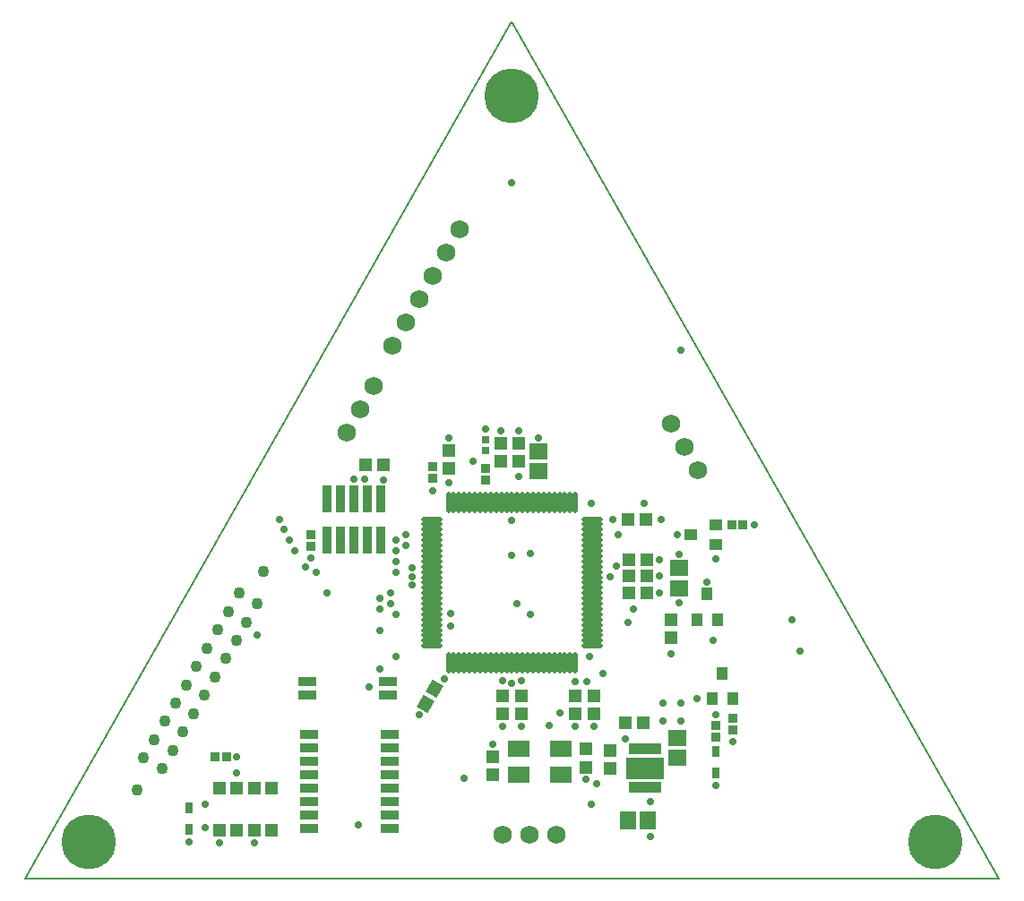
<source format=gts>
%FSLAX25Y25*%
%MOIN*%
G70*
G01*
G75*
G04 Layer_Color=8388736*
%ADD10C,0.00700*%
%ADD11R,0.06299X0.02992*%
%ADD12R,0.07087X0.05512*%
%ADD13R,0.13386X0.07087*%
%ADD14R,0.01181X0.03347*%
%ADD15R,0.03937X0.03937*%
%ADD16R,0.02992X0.09449*%
%ADD17R,0.03937X0.04331*%
%ADD18R,0.05906X0.05118*%
%ADD19R,0.02362X0.01969*%
%ADD20O,0.07087X0.01181*%
%ADD21O,0.01181X0.07087*%
%ADD22R,0.04331X0.03937*%
G04:AMPARAMS|DCode=23|XSize=39.37mil|YSize=43.31mil|CornerRadius=0mil|HoleSize=0mil|Usage=FLASHONLY|Rotation=150.000|XOffset=0mil|YOffset=0mil|HoleType=Round|Shape=Rectangle|*
%AMROTATEDRECTD23*
4,1,4,0.02788,0.00891,0.00622,-0.02860,-0.02788,-0.00891,-0.00622,0.02860,0.02788,0.00891,0.0*
%
%ADD23ROTATEDRECTD23*%

%ADD24R,0.05118X0.05906*%
%ADD25R,0.02362X0.03543*%
%ADD26R,0.02559X0.02953*%
%ADD27R,0.02953X0.02559*%
%ADD28R,0.03937X0.03347*%
%ADD29R,0.03937X0.03347*%
%ADD30R,0.03347X0.03937*%
%ADD31R,0.03347X0.03937*%
%ADD32C,0.01000*%
%ADD33C,0.02000*%
%ADD34C,0.00600*%
%ADD35C,0.20000*%
%ADD36C,0.03937*%
%ADD37C,0.06000*%
%ADD38C,0.02598*%
%ADD39C,0.02000*%
%ADD40C,0.04000*%
%ADD41C,0.16500*%
%ADD42C,0.07201*%
%ADD43C,0.07150*%
%ADD44C,0.08000*%
G04:AMPARAMS|DCode=45|XSize=100mil|YSize=100mil|CornerRadius=0mil|HoleSize=0mil|Usage=FLASHONLY|Rotation=0.000|XOffset=0mil|YOffset=0mil|HoleType=Round|Shape=Relief|Width=10mil|Gap=10mil|Entries=4|*
%AMTHD45*
7,0,0,0.10000,0.08000,0.01000,45*
%
%ADD45THD45*%
%ADD46C,0.05299*%
%ADD47C,0.05000*%
G04:AMPARAMS|DCode=48|XSize=70mil|YSize=70mil|CornerRadius=0mil|HoleSize=0mil|Usage=FLASHONLY|Rotation=0.000|XOffset=0mil|YOffset=0mil|HoleType=Round|Shape=Relief|Width=10mil|Gap=10mil|Entries=4|*
%AMTHD48*
7,0,0,0.07000,0.05000,0.01000,45*
%
%ADD48THD48*%
G04:AMPARAMS|DCode=49|XSize=20.08mil|YSize=29.53mil|CornerRadius=0mil|HoleSize=0mil|Usage=FLASHONLY|Rotation=240.000|XOffset=0mil|YOffset=0mil|HoleType=Round|Shape=Rectangle|*
%AMROTATEDRECTD49*
4,1,4,-0.00777,0.01608,0.01781,0.00131,0.00777,-0.01608,-0.01781,-0.00131,-0.00777,0.01608,0.0*
%
%ADD49ROTATEDRECTD49*%

%ADD50R,0.06102X0.01772*%
G04:AMPARAMS|DCode=51|XSize=23.62mil|YSize=35.43mil|CornerRadius=0mil|HoleSize=0mil|Usage=FLASHONLY|Rotation=330.000|XOffset=0mil|YOffset=0mil|HoleType=Round|Shape=Rectangle|*
%AMROTATEDRECTD51*
4,1,4,-0.01909,-0.00944,-0.00137,0.02125,0.01909,0.00944,0.00137,-0.02125,-0.01909,-0.00944,0.0*
%
%ADD51ROTATEDRECTD51*%

G04:AMPARAMS|DCode=52|XSize=59.06mil|YSize=51.18mil|CornerRadius=0mil|HoleSize=0mil|Usage=FLASHONLY|Rotation=30.000|XOffset=0mil|YOffset=0mil|HoleType=Round|Shape=Rectangle|*
%AMROTATEDRECTD52*
4,1,4,-0.01278,-0.03693,-0.03837,0.00740,0.01278,0.03693,0.03837,-0.00740,-0.01278,-0.03693,0.0*
%
%ADD52ROTATEDRECTD52*%

G04:AMPARAMS|DCode=53|XSize=59.06mil|YSize=51.18mil|CornerRadius=0mil|HoleSize=0mil|Usage=FLASHONLY|Rotation=150.000|XOffset=0mil|YOffset=0mil|HoleType=Round|Shape=Rectangle|*
%AMROTATEDRECTD53*
4,1,4,0.03837,0.00740,0.01278,-0.03693,-0.03837,-0.00740,-0.01278,0.03693,0.03837,0.00740,0.0*
%
%ADD53ROTATEDRECTD53*%

%ADD54R,0.02953X0.02008*%
%ADD55R,0.03543X0.02362*%
G04:AMPARAMS|DCode=56|XSize=23.62mil|YSize=35.43mil|CornerRadius=0mil|HoleSize=0mil|Usage=FLASHONLY|Rotation=210.000|XOffset=0mil|YOffset=0mil|HoleType=Round|Shape=Rectangle|*
%AMROTATEDRECTD56*
4,1,4,0.00137,0.02125,0.01909,-0.00944,-0.00137,-0.02125,-0.01909,0.00944,0.00137,0.02125,0.0*
%
%ADD56ROTATEDRECTD56*%

%ADD57R,0.02008X0.02953*%
G04:AMPARAMS|DCode=58|XSize=20.08mil|YSize=29.53mil|CornerRadius=0mil|HoleSize=0mil|Usage=FLASHONLY|Rotation=300.000|XOffset=0mil|YOffset=0mil|HoleType=Round|Shape=Rectangle|*
%AMROTATEDRECTD58*
4,1,4,-0.01781,0.00131,0.00777,0.01608,0.01781,-0.00131,-0.00777,-0.01608,-0.01781,0.00131,0.0*
%
%ADD58ROTATEDRECTD58*%

G04:AMPARAMS|DCode=59|XSize=25.59mil|YSize=29.53mil|CornerRadius=0mil|HoleSize=0mil|Usage=FLASHONLY|Rotation=30.000|XOffset=0mil|YOffset=0mil|HoleType=Round|Shape=Rectangle|*
%AMROTATEDRECTD59*
4,1,4,-0.00370,-0.01918,-0.01846,0.00639,0.00370,0.01918,0.01846,-0.00639,-0.00370,-0.01918,0.0*
%
%ADD59ROTATEDRECTD59*%

G04:AMPARAMS|DCode=60|XSize=23.62mil|YSize=39.37mil|CornerRadius=0mil|HoleSize=0mil|Usage=FLASHONLY|Rotation=240.000|XOffset=0mil|YOffset=0mil|HoleType=Round|Shape=Rectangle|*
%AMROTATEDRECTD60*
4,1,4,-0.01114,0.02007,0.02295,0.00039,0.01114,-0.02007,-0.02295,-0.00039,-0.01114,0.02007,0.0*
%
%ADD60ROTATEDRECTD60*%

G04:AMPARAMS|DCode=61|XSize=23.62mil|YSize=39.37mil|CornerRadius=0mil|HoleSize=0mil|Usage=FLASHONLY|Rotation=300.000|XOffset=0mil|YOffset=0mil|HoleType=Round|Shape=Rectangle|*
%AMROTATEDRECTD61*
4,1,4,-0.02295,0.00039,0.01114,0.02007,0.02295,-0.00039,-0.01114,-0.02007,-0.02295,0.00039,0.0*
%
%ADD61ROTATEDRECTD61*%

%ADD62R,0.02362X0.03937*%
%ADD63R,0.02362X0.03740*%
%ADD64C,0.02362*%
%ADD65C,0.00984*%
%ADD66C,0.00787*%
%ADD67R,0.07099X0.03792*%
%ADD68R,0.07887X0.06312*%
%ADD69R,0.14186X0.07887*%
%ADD70R,0.01981X0.04147*%
%ADD71R,0.04737X0.04737*%
%ADD72R,0.03386X0.09843*%
%ADD73R,0.04737X0.05131*%
%ADD74R,0.06706X0.05918*%
%ADD75R,0.03162X0.02769*%
%ADD76O,0.07887X0.01981*%
%ADD77O,0.01981X0.07887*%
%ADD78R,0.05131X0.04737*%
G04:AMPARAMS|DCode=79|XSize=47.37mil|YSize=51.31mil|CornerRadius=0mil|HoleSize=0mil|Usage=FLASHONLY|Rotation=150.000|XOffset=0mil|YOffset=0mil|HoleType=Round|Shape=Rectangle|*
%AMROTATEDRECTD79*
4,1,4,0.03334,0.01037,0.00769,-0.03406,-0.03334,-0.01037,-0.00769,0.03406,0.03334,0.01037,0.0*
%
%ADD79ROTATEDRECTD79*%

%ADD80R,0.05918X0.06706*%
%ADD81R,0.03162X0.04343*%
%ADD82R,0.03359X0.03753*%
%ADD83R,0.03753X0.03359*%
%ADD84R,0.04737X0.04147*%
%ADD85R,0.04737X0.04147*%
%ADD86R,0.04147X0.04737*%
%ADD87R,0.04147X0.04737*%
%ADD88C,0.20300*%
%ADD89C,0.04331*%
%ADD90C,0.06800*%
%ADD91C,0.02800*%
D34*
X0Y208661D02*
X181102Y-110236D01*
X-181102D02*
X0Y208661D01*
X-181102Y-110236D02*
X181102D01*
D67*
X-76024Y-36870D02*
D03*
Y-41870D02*
D03*
X-46024Y-36870D02*
D03*
Y-41870D02*
D03*
X-45500Y-91500D02*
D03*
Y-86500D02*
D03*
Y-81500D02*
D03*
Y-76500D02*
D03*
Y-71500D02*
D03*
Y-66500D02*
D03*
Y-61500D02*
D03*
Y-56500D02*
D03*
X-75500Y-91500D02*
D03*
Y-86500D02*
D03*
Y-81500D02*
D03*
Y-76500D02*
D03*
Y-71500D02*
D03*
Y-66500D02*
D03*
Y-61500D02*
D03*
Y-56500D02*
D03*
D68*
X2500Y-71449D02*
D03*
Y-62000D02*
D03*
X18248D02*
D03*
Y-71449D02*
D03*
D69*
X49598Y-69063D02*
D03*
D70*
X54520Y-76248D02*
D03*
X52551Y-76248D02*
D03*
X50583Y-76248D02*
D03*
X48614Y-76248D02*
D03*
X46646Y-76248D02*
D03*
X44677Y-76248D02*
D03*
X44677Y-61878D02*
D03*
X46646Y-61878D02*
D03*
X48614Y-61878D02*
D03*
X50583Y-61878D02*
D03*
X52551Y-61878D02*
D03*
X54520Y-61878D02*
D03*
D71*
X-89421Y-92331D02*
D03*
X-95720D02*
D03*
Y-76583D02*
D03*
X-89421D02*
D03*
X-102362Y-92213D02*
D03*
X-108661D02*
D03*
Y-76465D02*
D03*
X-102362D02*
D03*
D72*
X-68642Y15775D02*
D03*
Y31130D02*
D03*
X-63642D02*
D03*
X-63642Y15775D02*
D03*
X-58642Y15775D02*
D03*
X-58642Y31130D02*
D03*
X-53642D02*
D03*
Y15775D02*
D03*
X-48642Y15775D02*
D03*
Y31130D02*
D03*
D73*
X59055Y-13780D02*
D03*
X59055Y-20472D02*
D03*
X-23622Y49201D02*
D03*
X-23622Y42508D02*
D03*
X23622Y-48846D02*
D03*
Y-42153D02*
D03*
X30500Y-48846D02*
D03*
Y-42153D02*
D03*
X3500Y-48846D02*
D03*
Y-42153D02*
D03*
X-3500Y-48846D02*
D03*
Y-42153D02*
D03*
X2362Y51717D02*
D03*
Y45024D02*
D03*
X-4106Y51717D02*
D03*
Y45024D02*
D03*
X27374Y-68693D02*
D03*
Y-62000D02*
D03*
X-7126Y-64756D02*
D03*
Y-71449D02*
D03*
X36598Y-69063D02*
D03*
Y-62370D02*
D03*
D74*
X61598Y-65303D02*
D03*
Y-57823D02*
D03*
X62205Y-2165D02*
D03*
Y5315D02*
D03*
X9843Y48819D02*
D03*
Y41339D02*
D03*
D75*
X-9843Y53150D02*
D03*
Y49213D02*
D03*
D76*
X-29724Y23622D02*
D03*
Y21654D02*
D03*
Y19685D02*
D03*
Y17717D02*
D03*
Y15748D02*
D03*
Y13780D02*
D03*
Y11811D02*
D03*
Y9843D02*
D03*
Y7874D02*
D03*
Y5906D02*
D03*
Y3937D02*
D03*
Y1969D02*
D03*
Y0D02*
D03*
Y-1969D02*
D03*
Y-3937D02*
D03*
Y-5906D02*
D03*
Y-7874D02*
D03*
Y-9843D02*
D03*
Y-11811D02*
D03*
Y-13780D02*
D03*
Y-15748D02*
D03*
Y-17717D02*
D03*
Y-19685D02*
D03*
Y-21654D02*
D03*
Y-23622D02*
D03*
X29724D02*
D03*
Y-21654D02*
D03*
Y-19685D02*
D03*
Y-17717D02*
D03*
Y-15748D02*
D03*
Y-13780D02*
D03*
Y-11811D02*
D03*
Y-9843D02*
D03*
Y-7874D02*
D03*
Y-5906D02*
D03*
Y-3937D02*
D03*
Y-1969D02*
D03*
Y0D02*
D03*
Y1969D02*
D03*
Y3937D02*
D03*
Y5906D02*
D03*
Y7874D02*
D03*
Y9843D02*
D03*
Y11811D02*
D03*
Y13780D02*
D03*
Y15748D02*
D03*
Y17717D02*
D03*
Y19685D02*
D03*
Y21654D02*
D03*
Y23622D02*
D03*
D77*
X-23622Y-29724D02*
D03*
X-21654D02*
D03*
X-19685D02*
D03*
X-17717D02*
D03*
X-15748D02*
D03*
X-13780D02*
D03*
X-11811D02*
D03*
X-9843D02*
D03*
X-7874D02*
D03*
X-5906D02*
D03*
X-3937D02*
D03*
X-1969D02*
D03*
X0D02*
D03*
X1969D02*
D03*
X3937D02*
D03*
X5906D02*
D03*
X7874D02*
D03*
X9843D02*
D03*
X11811D02*
D03*
X13780D02*
D03*
X15748D02*
D03*
X17717D02*
D03*
X19685D02*
D03*
X21654D02*
D03*
X23622D02*
D03*
Y29724D02*
D03*
X21654D02*
D03*
X19685D02*
D03*
X17717D02*
D03*
X15748D02*
D03*
X13780D02*
D03*
X11811D02*
D03*
X9843D02*
D03*
X7874D02*
D03*
X5906D02*
D03*
X3937D02*
D03*
X1969D02*
D03*
X0D02*
D03*
X-1969D02*
D03*
X-3937D02*
D03*
X-5906D02*
D03*
X-7874D02*
D03*
X-9843D02*
D03*
X-11811D02*
D03*
X-13780D02*
D03*
X-15748D02*
D03*
X-17717D02*
D03*
X-19685D02*
D03*
X-21654D02*
D03*
X-23622D02*
D03*
D78*
X-54488Y43952D02*
D03*
X-47795Y43952D02*
D03*
X50193Y8500D02*
D03*
X43500D02*
D03*
X50193Y2500D02*
D03*
X43500D02*
D03*
X50000Y23622D02*
D03*
X43307D02*
D03*
X50193Y-4000D02*
D03*
X43500D02*
D03*
X42252Y-52063D02*
D03*
X48945D02*
D03*
D79*
X-32087Y-45281D02*
D03*
X-28740Y-39484D02*
D03*
D80*
X43118Y-88563D02*
D03*
X50598Y-88563D02*
D03*
D81*
X-120079Y-91732D02*
D03*
Y-83858D02*
D03*
X75984Y-70866D02*
D03*
X75984Y-62992D02*
D03*
D82*
X-74803Y17717D02*
D03*
X-74803Y13386D02*
D03*
X75984Y-57480D02*
D03*
X75984Y-53150D02*
D03*
X82086Y-54724D02*
D03*
X82087Y-50394D02*
D03*
X-9843Y42520D02*
D03*
X-9843Y38189D02*
D03*
X-29528Y43110D02*
D03*
X-29528Y38780D02*
D03*
D83*
X-110433Y-64961D02*
D03*
X-106102D02*
D03*
X86024Y21457D02*
D03*
X81693Y21457D02*
D03*
D84*
X75984Y13976D02*
D03*
X66535Y17717D02*
D03*
D85*
X75984Y21457D02*
D03*
D86*
X74606Y-43307D02*
D03*
X78347Y-33858D02*
D03*
X72638Y-4331D02*
D03*
X68898Y-13780D02*
D03*
D87*
X82087Y-43307D02*
D03*
X76378Y-13780D02*
D03*
D88*
X-157480Y-96457D02*
D03*
X0Y181102D02*
D03*
X157480Y-96457D02*
D03*
D89*
X-139356Y-77250D02*
D03*
X-92407Y4067D02*
D03*
X-121260Y-38032D02*
D03*
X-125197Y-44852D02*
D03*
X-133071Y-58490D02*
D03*
X-129134Y-51671D02*
D03*
X-137008Y-65309D02*
D03*
X-130189Y-69246D02*
D03*
X-122315Y-55608D02*
D03*
X-126252Y-62427D02*
D03*
X-118378Y-48789D02*
D03*
X-114441Y-41969D02*
D03*
X-94756Y-7874D02*
D03*
X-98693Y-14693D02*
D03*
X-106567Y-28331D02*
D03*
X-102630Y-21512D02*
D03*
X-110504Y-35150D02*
D03*
X-117323Y-31213D02*
D03*
X-109449Y-17575D02*
D03*
X-113386Y-24394D02*
D03*
X-105512Y-10756D02*
D03*
X-101575Y-3937D02*
D03*
D90*
X-44528Y88192D02*
D03*
X-39528Y96853D02*
D03*
X-34528Y105513D02*
D03*
X-29528Y114173D02*
D03*
X-24528Y122834D02*
D03*
X-19528Y131494D02*
D03*
X16500Y-94000D02*
D03*
X6500D02*
D03*
X-3500D02*
D03*
X-51417Y73226D02*
D03*
X-56417Y64566D02*
D03*
X-61417Y55905D02*
D03*
X69055Y41735D02*
D03*
X64055Y50395D02*
D03*
X59055Y59055D02*
D03*
D91*
X28740Y-27559D02*
D03*
X62205Y-7480D02*
D03*
X-22835Y-16142D02*
D03*
Y-11417D02*
D03*
X29528Y29528D02*
D03*
X49213D02*
D03*
X75984Y8661D02*
D03*
X90354Y21457D02*
D03*
X61417Y17717D02*
D03*
X72638Y197D02*
D03*
X45276Y-9843D02*
D03*
X68898Y-43307D02*
D03*
X74803Y-21654D02*
D03*
X33858Y-33858D02*
D03*
X-57087Y-90158D02*
D03*
X-43307Y-27559D02*
D03*
X-29528Y34252D02*
D03*
X43331Y-14999D02*
D03*
X104331Y-13780D02*
D03*
X-23622Y37008D02*
D03*
X62992Y86614D02*
D03*
X6890Y-11811D02*
D03*
X1969Y-7874D02*
D03*
X-14567Y45000D02*
D03*
X0Y148819D02*
D03*
X59055Y-26378D02*
D03*
X0Y23228D02*
D03*
X-58642Y38452D02*
D03*
X-54642D02*
D03*
X6890Y10827D02*
D03*
X17717Y-48425D02*
D03*
X31496Y-74803D02*
D03*
X39370Y17717D02*
D03*
X37402Y23622D02*
D03*
X75984Y-75590D02*
D03*
X82087Y-59055D02*
D03*
X107087Y-25394D02*
D03*
X51598Y-81563D02*
D03*
X51575Y-94488D02*
D03*
X29528Y-82677D02*
D03*
X13780Y-53150D02*
D03*
X-17717Y-72835D02*
D03*
X75984Y-49213D02*
D03*
X27953Y-37008D02*
D03*
X-94685Y-19488D02*
D03*
X-39370Y17717D02*
D03*
X-43307Y15748D02*
D03*
X-39370Y13780D02*
D03*
X-43307Y11811D02*
D03*
X-86614Y23622D02*
D03*
X-84646Y19685D02*
D03*
X-82677Y15748D02*
D03*
X-80709Y11811D02*
D03*
X-43307Y7874D02*
D03*
Y3937D02*
D03*
X-76772Y5906D02*
D03*
X-72835Y3937D02*
D03*
X-102362Y-64961D02*
D03*
X-108661Y-96764D02*
D03*
X-114173Y-82677D02*
D03*
Y-91339D02*
D03*
X-102362Y-70866D02*
D03*
X-45276Y-3937D02*
D03*
Y-7874D02*
D03*
X-68642Y-3937D02*
D03*
X-120079Y-96457D02*
D03*
X-74803Y9055D02*
D03*
X-43307Y-11811D02*
D03*
X-49213Y-9843D02*
D03*
X-53150Y-38976D02*
D03*
X-49213Y-32283D02*
D03*
Y-17717D02*
D03*
Y-5906D02*
D03*
X-34413Y-49311D02*
D03*
X62205Y10630D02*
D03*
X54815Y-4000D02*
D03*
Y2500D02*
D03*
Y8500D02*
D03*
X39000Y6000D02*
D03*
X36500Y2000D02*
D03*
X27374Y-73347D02*
D03*
X-7126Y-60102D02*
D03*
X2362Y56339D02*
D03*
X9843Y53839D02*
D03*
X55532Y23622D02*
D03*
X0Y10000D02*
D03*
X30500Y-53500D02*
D03*
X23622D02*
D03*
X2362Y39370D02*
D03*
X-23622Y53854D02*
D03*
X-37000Y2250D02*
D03*
Y-1000D02*
D03*
Y5500D02*
D03*
X-95720Y-96882D02*
D03*
X-47795Y38299D02*
D03*
X23622Y-37000D02*
D03*
X-25083Y-35827D02*
D03*
X3500Y-36500D02*
D03*
X-3500D02*
D03*
Y-53500D02*
D03*
X3500D02*
D03*
X0Y-37500D02*
D03*
X62992Y-51575D02*
D03*
X56299D02*
D03*
Y-44882D02*
D03*
X62992D02*
D03*
X42098Y-58063D02*
D03*
X-9843Y57087D02*
D03*
X-4106Y56339D02*
D03*
M02*

</source>
